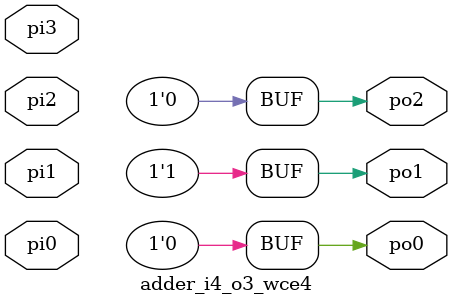
<source format=v>
/* Generated by Yosys 0.9 (git sha1 1979e0b) */

module adder_i4_o3_wce4 (pi0, pi1, pi2, pi3, po0, po1, po2);
  input pi0;
  input pi1;
  input pi2;
  input pi3;
  output po0;
  output po1;
  output po2;
  assign po0 = 1'h0;
  assign po1 = 1'h1;
  assign po2 = 1'h0;
endmodule

</source>
